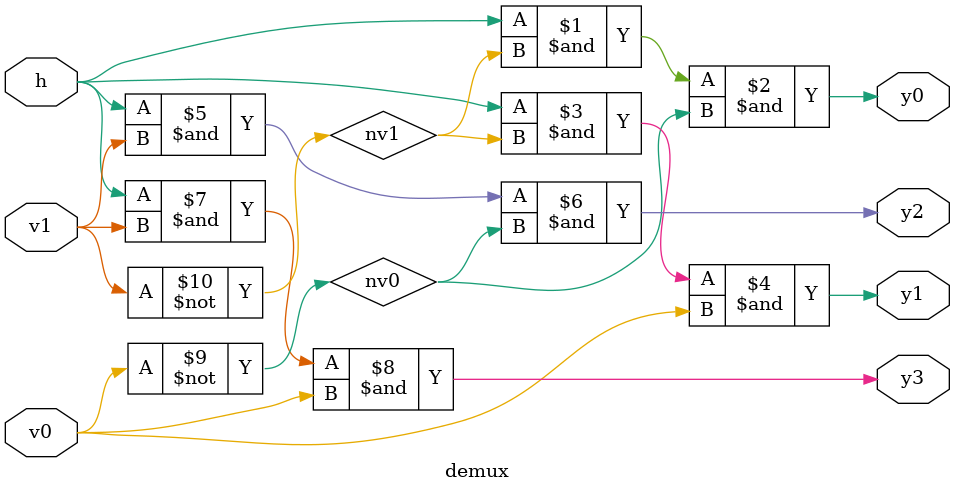
<source format=v>
module demux (
input h, 
input v0, v1,    
output y0, y1, y2, y3
);

wire nv0, nv1;

not (nv0, v0);
not (nv1, v1);

and (y0, h, nv1, nv0);
and (y1, h, nv1, v0);
and (y2, h, v1, nv0);
and (y3, h, v1, v0);

endmodule






</source>
